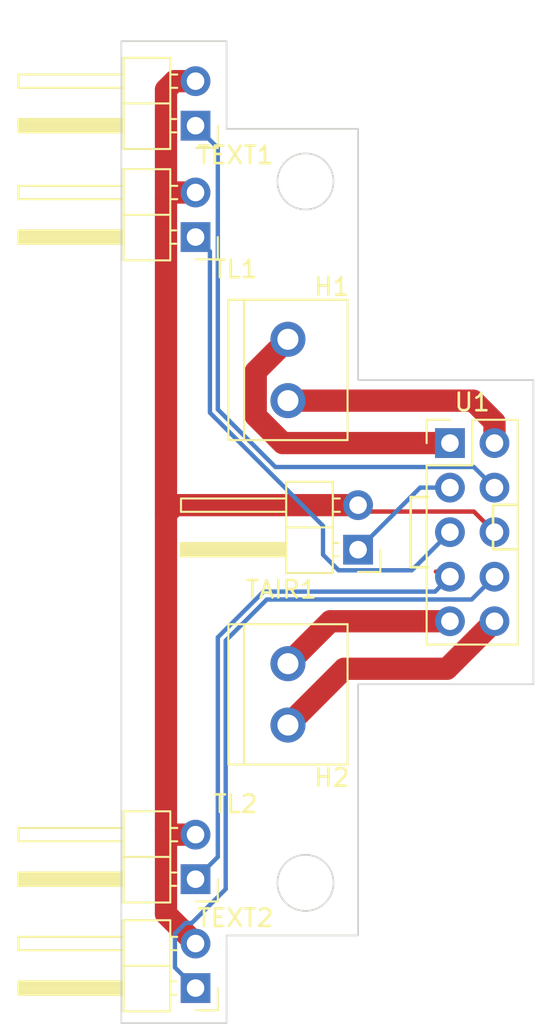
<source format=kicad_pcb>
(kicad_pcb (version 20171130) (host pcbnew "(5.1.6-0-10_14)")

  (general
    (thickness 1.6)
    (drawings 21)
    (tracks 58)
    (zones 0)
    (modules 8)
    (nets 12)
  )

  (page A4)
  (layers
    (0 F.Cu signal)
    (31 B.Cu signal)
    (32 B.Adhes user)
    (33 F.Adhes user)
    (34 B.Paste user)
    (35 F.Paste user)
    (36 B.SilkS user)
    (37 F.SilkS user)
    (38 B.Mask user)
    (39 F.Mask user)
    (40 Dwgs.User user)
    (41 Cmts.User user)
    (42 Eco1.User user)
    (43 Eco2.User user)
    (44 Edge.Cuts user)
    (45 Margin user)
    (46 B.CrtYd user)
    (47 F.CrtYd user)
    (48 B.Fab user)
    (49 F.Fab user)
  )

  (setup
    (last_trace_width 0.25)
    (user_trace_width 0.508)
    (user_trace_width 1.27)
    (trace_clearance 0.2)
    (zone_clearance 0.508)
    (zone_45_only no)
    (trace_min 0.2)
    (via_size 0.8)
    (via_drill 0.4)
    (via_min_size 0.4)
    (via_min_drill 0.3)
    (uvia_size 0.3)
    (uvia_drill 0.1)
    (uvias_allowed no)
    (uvia_min_size 0.2)
    (uvia_min_drill 0.1)
    (edge_width 0.1)
    (segment_width 0.2)
    (pcb_text_width 0.3)
    (pcb_text_size 1.5 1.5)
    (mod_edge_width 0.15)
    (mod_text_size 1 1)
    (mod_text_width 0.15)
    (pad_size 1.7 1.7)
    (pad_drill 1)
    (pad_to_mask_clearance 0)
    (aux_axis_origin 0 0)
    (visible_elements FFFFFF7F)
    (pcbplotparams
      (layerselection 0x010fc_ffffffff)
      (usegerberextensions true)
      (usegerberattributes false)
      (usegerberadvancedattributes true)
      (creategerberjobfile true)
      (excludeedgelayer true)
      (linewidth 0.100000)
      (plotframeref false)
      (viasonmask false)
      (mode 1)
      (useauxorigin false)
      (hpglpennumber 1)
      (hpglpenspeed 20)
      (hpglpendiameter 15.000000)
      (psnegative false)
      (psa4output false)
      (plotreference true)
      (plotvalue true)
      (plotinvisibletext false)
      (padsonsilk false)
      (subtractmaskfromsilk false)
      (outputformat 1)
      (mirror false)
      (drillshape 0)
      (scaleselection 1)
      (outputdirectory ""))
  )

  (net 0 "")
  (net 1 HEATER1B)
  (net 2 HEATER1A)
  (net 3 HEATER2A)
  (net 4 HEATER2B)
  (net 5 GND_THERM)
  (net 6 THERM_EXT1)
  (net 7 THERM_EXT2)
  (net 8 THERM_LID1)
  (net 9 THERM_LID2)
  (net 10 GND)
  (net 11 THERM_AIR)

  (net_class Default "This is the default net class."
    (clearance 0.2)
    (trace_width 0.25)
    (via_dia 0.8)
    (via_drill 0.4)
    (uvia_dia 0.3)
    (uvia_drill 0.1)
    (add_net GND)
    (add_net GND_THERM)
    (add_net HEATER1A)
    (add_net HEATER1B)
    (add_net HEATER2A)
    (add_net HEATER2B)
    (add_net THERM_AIR)
    (add_net THERM_EXT1)
    (add_net THERM_EXT2)
    (add_net THERM_LID1)
    (add_net THERM_LID2)
  )

  (module Pin_Headers:Pin_Header_Angled_1x02_Pitch2.54mm (layer F.Cu) (tedit 59650532) (tstamp 5F2B81B9)
    (at 122.73 69.82 180)
    (descr "Through hole angled pin header, 1x02, 2.54mm pitch, 6mm pin length, single row")
    (tags "Through hole angled pin header THT 1x02 2.54mm single row")
    (path /5F2B7778)
    (fp_text reference TEXT1 (at -2.27 -1.68) (layer F.SilkS)
      (effects (font (size 1 1) (thickness 0.15)))
    )
    (fp_text value Conn_01x02_Male (at 4.385 4.81) (layer F.Fab)
      (effects (font (size 1 1) (thickness 0.15)))
    )
    (fp_line (start 2.135 -1.27) (end 4.04 -1.27) (layer F.Fab) (width 0.1))
    (fp_line (start 4.04 -1.27) (end 4.04 3.81) (layer F.Fab) (width 0.1))
    (fp_line (start 4.04 3.81) (end 1.5 3.81) (layer F.Fab) (width 0.1))
    (fp_line (start 1.5 3.81) (end 1.5 -0.635) (layer F.Fab) (width 0.1))
    (fp_line (start 1.5 -0.635) (end 2.135 -1.27) (layer F.Fab) (width 0.1))
    (fp_line (start -0.32 -0.32) (end 1.5 -0.32) (layer F.Fab) (width 0.1))
    (fp_line (start -0.32 -0.32) (end -0.32 0.32) (layer F.Fab) (width 0.1))
    (fp_line (start -0.32 0.32) (end 1.5 0.32) (layer F.Fab) (width 0.1))
    (fp_line (start 4.04 -0.32) (end 10.04 -0.32) (layer F.Fab) (width 0.1))
    (fp_line (start 10.04 -0.32) (end 10.04 0.32) (layer F.Fab) (width 0.1))
    (fp_line (start 4.04 0.32) (end 10.04 0.32) (layer F.Fab) (width 0.1))
    (fp_line (start -0.32 2.22) (end 1.5 2.22) (layer F.Fab) (width 0.1))
    (fp_line (start -0.32 2.22) (end -0.32 2.86) (layer F.Fab) (width 0.1))
    (fp_line (start -0.32 2.86) (end 1.5 2.86) (layer F.Fab) (width 0.1))
    (fp_line (start 4.04 2.22) (end 10.04 2.22) (layer F.Fab) (width 0.1))
    (fp_line (start 10.04 2.22) (end 10.04 2.86) (layer F.Fab) (width 0.1))
    (fp_line (start 4.04 2.86) (end 10.04 2.86) (layer F.Fab) (width 0.1))
    (fp_line (start 1.44 -1.33) (end 1.44 3.87) (layer F.SilkS) (width 0.12))
    (fp_line (start 1.44 3.87) (end 4.1 3.87) (layer F.SilkS) (width 0.12))
    (fp_line (start 4.1 3.87) (end 4.1 -1.33) (layer F.SilkS) (width 0.12))
    (fp_line (start 4.1 -1.33) (end 1.44 -1.33) (layer F.SilkS) (width 0.12))
    (fp_line (start 4.1 -0.38) (end 10.1 -0.38) (layer F.SilkS) (width 0.12))
    (fp_line (start 10.1 -0.38) (end 10.1 0.38) (layer F.SilkS) (width 0.12))
    (fp_line (start 10.1 0.38) (end 4.1 0.38) (layer F.SilkS) (width 0.12))
    (fp_line (start 4.1 -0.32) (end 10.1 -0.32) (layer F.SilkS) (width 0.12))
    (fp_line (start 4.1 -0.2) (end 10.1 -0.2) (layer F.SilkS) (width 0.12))
    (fp_line (start 4.1 -0.08) (end 10.1 -0.08) (layer F.SilkS) (width 0.12))
    (fp_line (start 4.1 0.04) (end 10.1 0.04) (layer F.SilkS) (width 0.12))
    (fp_line (start 4.1 0.16) (end 10.1 0.16) (layer F.SilkS) (width 0.12))
    (fp_line (start 4.1 0.28) (end 10.1 0.28) (layer F.SilkS) (width 0.12))
    (fp_line (start 1.11 -0.38) (end 1.44 -0.38) (layer F.SilkS) (width 0.12))
    (fp_line (start 1.11 0.38) (end 1.44 0.38) (layer F.SilkS) (width 0.12))
    (fp_line (start 1.44 1.27) (end 4.1 1.27) (layer F.SilkS) (width 0.12))
    (fp_line (start 4.1 2.16) (end 10.1 2.16) (layer F.SilkS) (width 0.12))
    (fp_line (start 10.1 2.16) (end 10.1 2.92) (layer F.SilkS) (width 0.12))
    (fp_line (start 10.1 2.92) (end 4.1 2.92) (layer F.SilkS) (width 0.12))
    (fp_line (start 1.042929 2.16) (end 1.44 2.16) (layer F.SilkS) (width 0.12))
    (fp_line (start 1.042929 2.92) (end 1.44 2.92) (layer F.SilkS) (width 0.12))
    (fp_line (start -1.27 0) (end -1.27 -1.27) (layer F.SilkS) (width 0.12))
    (fp_line (start -1.27 -1.27) (end 0 -1.27) (layer F.SilkS) (width 0.12))
    (fp_line (start -1.8 -1.8) (end -1.8 4.35) (layer F.CrtYd) (width 0.05))
    (fp_line (start -1.8 4.35) (end 10.55 4.35) (layer F.CrtYd) (width 0.05))
    (fp_line (start 10.55 4.35) (end 10.55 -1.8) (layer F.CrtYd) (width 0.05))
    (fp_line (start 10.55 -1.8) (end -1.8 -1.8) (layer F.CrtYd) (width 0.05))
    (fp_text user %R (at 2.77 1.27 90) (layer F.Fab)
      (effects (font (size 1 1) (thickness 0.15)))
    )
    (pad 1 thru_hole rect (at 0 0 180) (size 1.7 1.7) (drill 1) (layers *.Cu *.Mask)
      (net 6 THERM_EXT1))
    (pad 2 thru_hole oval (at 0 2.54 180) (size 1.7 1.7) (drill 1) (layers *.Cu *.Mask)
      (net 10 GND))
    (model ${KISYS3DMOD}/Pin_Headers.3dshapes/Pin_Header_Angled_1x02_Pitch2.54mm.wrl
      (at (xyz 0 0 0))
      (scale (xyz 1 1 1))
      (rotate (xyz 0 0 0))
    )
    (model :kicad-packages3D:Connector_PinHeader_2.54mm.3dshapes/PinHeader_1x02_P2.54mm_Horizontal.step
      (at (xyz 0 0 0))
      (scale (xyz 1 1 1))
      (rotate (xyz 0 0 0))
    )
  )

  (module Pin_Headers:Pin_Header_Angled_1x02_Pitch2.54mm (layer F.Cu) (tedit 59650532) (tstamp 5F2B824F)
    (at 122.73 76.17 180)
    (descr "Through hole angled pin header, 1x02, 2.54mm pitch, 6mm pin length, single row")
    (tags "Through hole angled pin header THT 1x02 2.54mm single row")
    (path /5F2BA46F)
    (fp_text reference TL1 (at -2.27 -1.83) (layer F.SilkS)
      (effects (font (size 1 1) (thickness 0.15)))
    )
    (fp_text value Conn_01x02_Male (at 4.385 4.81) (layer F.Fab)
      (effects (font (size 1 1) (thickness 0.15)))
    )
    (fp_line (start 10.55 -1.8) (end -1.8 -1.8) (layer F.CrtYd) (width 0.05))
    (fp_line (start 10.55 4.35) (end 10.55 -1.8) (layer F.CrtYd) (width 0.05))
    (fp_line (start -1.8 4.35) (end 10.55 4.35) (layer F.CrtYd) (width 0.05))
    (fp_line (start -1.8 -1.8) (end -1.8 4.35) (layer F.CrtYd) (width 0.05))
    (fp_line (start -1.27 -1.27) (end 0 -1.27) (layer F.SilkS) (width 0.12))
    (fp_line (start -1.27 0) (end -1.27 -1.27) (layer F.SilkS) (width 0.12))
    (fp_line (start 1.042929 2.92) (end 1.44 2.92) (layer F.SilkS) (width 0.12))
    (fp_line (start 1.042929 2.16) (end 1.44 2.16) (layer F.SilkS) (width 0.12))
    (fp_line (start 10.1 2.92) (end 4.1 2.92) (layer F.SilkS) (width 0.12))
    (fp_line (start 10.1 2.16) (end 10.1 2.92) (layer F.SilkS) (width 0.12))
    (fp_line (start 4.1 2.16) (end 10.1 2.16) (layer F.SilkS) (width 0.12))
    (fp_line (start 1.44 1.27) (end 4.1 1.27) (layer F.SilkS) (width 0.12))
    (fp_line (start 1.11 0.38) (end 1.44 0.38) (layer F.SilkS) (width 0.12))
    (fp_line (start 1.11 -0.38) (end 1.44 -0.38) (layer F.SilkS) (width 0.12))
    (fp_line (start 4.1 0.28) (end 10.1 0.28) (layer F.SilkS) (width 0.12))
    (fp_line (start 4.1 0.16) (end 10.1 0.16) (layer F.SilkS) (width 0.12))
    (fp_line (start 4.1 0.04) (end 10.1 0.04) (layer F.SilkS) (width 0.12))
    (fp_line (start 4.1 -0.08) (end 10.1 -0.08) (layer F.SilkS) (width 0.12))
    (fp_line (start 4.1 -0.2) (end 10.1 -0.2) (layer F.SilkS) (width 0.12))
    (fp_line (start 4.1 -0.32) (end 10.1 -0.32) (layer F.SilkS) (width 0.12))
    (fp_line (start 10.1 0.38) (end 4.1 0.38) (layer F.SilkS) (width 0.12))
    (fp_line (start 10.1 -0.38) (end 10.1 0.38) (layer F.SilkS) (width 0.12))
    (fp_line (start 4.1 -0.38) (end 10.1 -0.38) (layer F.SilkS) (width 0.12))
    (fp_line (start 4.1 -1.33) (end 1.44 -1.33) (layer F.SilkS) (width 0.12))
    (fp_line (start 4.1 3.87) (end 4.1 -1.33) (layer F.SilkS) (width 0.12))
    (fp_line (start 1.44 3.87) (end 4.1 3.87) (layer F.SilkS) (width 0.12))
    (fp_line (start 1.44 -1.33) (end 1.44 3.87) (layer F.SilkS) (width 0.12))
    (fp_line (start 4.04 2.86) (end 10.04 2.86) (layer F.Fab) (width 0.1))
    (fp_line (start 10.04 2.22) (end 10.04 2.86) (layer F.Fab) (width 0.1))
    (fp_line (start 4.04 2.22) (end 10.04 2.22) (layer F.Fab) (width 0.1))
    (fp_line (start -0.32 2.86) (end 1.5 2.86) (layer F.Fab) (width 0.1))
    (fp_line (start -0.32 2.22) (end -0.32 2.86) (layer F.Fab) (width 0.1))
    (fp_line (start -0.32 2.22) (end 1.5 2.22) (layer F.Fab) (width 0.1))
    (fp_line (start 4.04 0.32) (end 10.04 0.32) (layer F.Fab) (width 0.1))
    (fp_line (start 10.04 -0.32) (end 10.04 0.32) (layer F.Fab) (width 0.1))
    (fp_line (start 4.04 -0.32) (end 10.04 -0.32) (layer F.Fab) (width 0.1))
    (fp_line (start -0.32 0.32) (end 1.5 0.32) (layer F.Fab) (width 0.1))
    (fp_line (start -0.32 -0.32) (end -0.32 0.32) (layer F.Fab) (width 0.1))
    (fp_line (start -0.32 -0.32) (end 1.5 -0.32) (layer F.Fab) (width 0.1))
    (fp_line (start 1.5 -0.635) (end 2.135 -1.27) (layer F.Fab) (width 0.1))
    (fp_line (start 1.5 3.81) (end 1.5 -0.635) (layer F.Fab) (width 0.1))
    (fp_line (start 4.04 3.81) (end 1.5 3.81) (layer F.Fab) (width 0.1))
    (fp_line (start 4.04 -1.27) (end 4.04 3.81) (layer F.Fab) (width 0.1))
    (fp_line (start 2.135 -1.27) (end 4.04 -1.27) (layer F.Fab) (width 0.1))
    (fp_text user %R (at 2.77 1.27 90) (layer F.Fab)
      (effects (font (size 1 1) (thickness 0.15)))
    )
    (pad 2 thru_hole oval (at 0 2.54 180) (size 1.7 1.7) (drill 1) (layers *.Cu *.Mask)
      (net 10 GND))
    (pad 1 thru_hole rect (at 0 0 180) (size 1.7 1.7) (drill 1) (layers *.Cu *.Mask)
      (net 8 THERM_LID1))
    (model ${KISYS3DMOD}/Pin_Headers.3dshapes/Pin_Header_Angled_1x02_Pitch2.54mm.wrl
      (at (xyz 0 0 0))
      (scale (xyz 1 1 1))
      (rotate (xyz 0 0 0))
    )
    (model :kicad-packages3D:Connector_PinHeader_2.54mm.3dshapes/PinHeader_1x02_P2.54mm_Horizontal.step
      (at (xyz 0 0 0))
      (scale (xyz 1 1 1))
      (rotate (xyz 0 0 0))
    )
  )

  (module Pin_Headers:Pin_Header_Angled_1x02_Pitch2.54mm (layer F.Cu) (tedit 59650532) (tstamp 5F2B82E5)
    (at 122.73 112.79 180)
    (descr "Through hole angled pin header, 1x02, 2.54mm pitch, 6mm pin length, single row")
    (tags "Through hole angled pin header THT 1x02 2.54mm single row")
    (path /5F2BA479)
    (fp_text reference TL2 (at -2.27 4.29) (layer F.SilkS)
      (effects (font (size 1 1) (thickness 0.15)))
    )
    (fp_text value Conn_01x02_Male (at 4.385 4.81) (layer F.Fab)
      (effects (font (size 1 1) (thickness 0.15)))
    )
    (fp_line (start 2.135 -1.27) (end 4.04 -1.27) (layer F.Fab) (width 0.1))
    (fp_line (start 4.04 -1.27) (end 4.04 3.81) (layer F.Fab) (width 0.1))
    (fp_line (start 4.04 3.81) (end 1.5 3.81) (layer F.Fab) (width 0.1))
    (fp_line (start 1.5 3.81) (end 1.5 -0.635) (layer F.Fab) (width 0.1))
    (fp_line (start 1.5 -0.635) (end 2.135 -1.27) (layer F.Fab) (width 0.1))
    (fp_line (start -0.32 -0.32) (end 1.5 -0.32) (layer F.Fab) (width 0.1))
    (fp_line (start -0.32 -0.32) (end -0.32 0.32) (layer F.Fab) (width 0.1))
    (fp_line (start -0.32 0.32) (end 1.5 0.32) (layer F.Fab) (width 0.1))
    (fp_line (start 4.04 -0.32) (end 10.04 -0.32) (layer F.Fab) (width 0.1))
    (fp_line (start 10.04 -0.32) (end 10.04 0.32) (layer F.Fab) (width 0.1))
    (fp_line (start 4.04 0.32) (end 10.04 0.32) (layer F.Fab) (width 0.1))
    (fp_line (start -0.32 2.22) (end 1.5 2.22) (layer F.Fab) (width 0.1))
    (fp_line (start -0.32 2.22) (end -0.32 2.86) (layer F.Fab) (width 0.1))
    (fp_line (start -0.32 2.86) (end 1.5 2.86) (layer F.Fab) (width 0.1))
    (fp_line (start 4.04 2.22) (end 10.04 2.22) (layer F.Fab) (width 0.1))
    (fp_line (start 10.04 2.22) (end 10.04 2.86) (layer F.Fab) (width 0.1))
    (fp_line (start 4.04 2.86) (end 10.04 2.86) (layer F.Fab) (width 0.1))
    (fp_line (start 1.44 -1.33) (end 1.44 3.87) (layer F.SilkS) (width 0.12))
    (fp_line (start 1.44 3.87) (end 4.1 3.87) (layer F.SilkS) (width 0.12))
    (fp_line (start 4.1 3.87) (end 4.1 -1.33) (layer F.SilkS) (width 0.12))
    (fp_line (start 4.1 -1.33) (end 1.44 -1.33) (layer F.SilkS) (width 0.12))
    (fp_line (start 4.1 -0.38) (end 10.1 -0.38) (layer F.SilkS) (width 0.12))
    (fp_line (start 10.1 -0.38) (end 10.1 0.38) (layer F.SilkS) (width 0.12))
    (fp_line (start 10.1 0.38) (end 4.1 0.38) (layer F.SilkS) (width 0.12))
    (fp_line (start 4.1 -0.32) (end 10.1 -0.32) (layer F.SilkS) (width 0.12))
    (fp_line (start 4.1 -0.2) (end 10.1 -0.2) (layer F.SilkS) (width 0.12))
    (fp_line (start 4.1 -0.08) (end 10.1 -0.08) (layer F.SilkS) (width 0.12))
    (fp_line (start 4.1 0.04) (end 10.1 0.04) (layer F.SilkS) (width 0.12))
    (fp_line (start 4.1 0.16) (end 10.1 0.16) (layer F.SilkS) (width 0.12))
    (fp_line (start 4.1 0.28) (end 10.1 0.28) (layer F.SilkS) (width 0.12))
    (fp_line (start 1.11 -0.38) (end 1.44 -0.38) (layer F.SilkS) (width 0.12))
    (fp_line (start 1.11 0.38) (end 1.44 0.38) (layer F.SilkS) (width 0.12))
    (fp_line (start 1.44 1.27) (end 4.1 1.27) (layer F.SilkS) (width 0.12))
    (fp_line (start 4.1 2.16) (end 10.1 2.16) (layer F.SilkS) (width 0.12))
    (fp_line (start 10.1 2.16) (end 10.1 2.92) (layer F.SilkS) (width 0.12))
    (fp_line (start 10.1 2.92) (end 4.1 2.92) (layer F.SilkS) (width 0.12))
    (fp_line (start 1.042929 2.16) (end 1.44 2.16) (layer F.SilkS) (width 0.12))
    (fp_line (start 1.042929 2.92) (end 1.44 2.92) (layer F.SilkS) (width 0.12))
    (fp_line (start -1.27 0) (end -1.27 -1.27) (layer F.SilkS) (width 0.12))
    (fp_line (start -1.27 -1.27) (end 0 -1.27) (layer F.SilkS) (width 0.12))
    (fp_line (start -1.8 -1.8) (end -1.8 4.35) (layer F.CrtYd) (width 0.05))
    (fp_line (start -1.8 4.35) (end 10.55 4.35) (layer F.CrtYd) (width 0.05))
    (fp_line (start 10.55 4.35) (end 10.55 -1.8) (layer F.CrtYd) (width 0.05))
    (fp_line (start 10.55 -1.8) (end -1.8 -1.8) (layer F.CrtYd) (width 0.05))
    (fp_text user %R (at 2.77 1.27 90) (layer F.Fab)
      (effects (font (size 1 1) (thickness 0.15)))
    )
    (pad 1 thru_hole rect (at 0 0 180) (size 1.7 1.7) (drill 1) (layers *.Cu *.Mask)
      (net 9 THERM_LID2))
    (pad 2 thru_hole oval (at 0 2.54 180) (size 1.7 1.7) (drill 1) (layers *.Cu *.Mask)
      (net 10 GND))
    (model ${KISYS3DMOD}/Pin_Headers.3dshapes/Pin_Header_Angled_1x02_Pitch2.54mm.wrl
      (at (xyz 0 0 0))
      (scale (xyz 1 1 1))
      (rotate (xyz 0 0 0))
    )
    (model :kicad-packages3D:Connector_PinHeader_2.54mm.3dshapes/PinHeader_1x02_P2.54mm_Horizontal.step
      (at (xyz 0 0 0))
      (scale (xyz 1 1 1))
      (rotate (xyz 0 0 0))
    )
  )

  (module Pin_Headers:Pin_Header_Angled_1x02_Pitch2.54mm (layer F.Cu) (tedit 59650532) (tstamp 5F2CB3DF)
    (at 122.73 119 180)
    (descr "Through hole angled pin header, 1x02, 2.54mm pitch, 6mm pin length, single row")
    (tags "Through hole angled pin header THT 1x02 2.54mm single row")
    (path /5F2BC0F4)
    (fp_text reference TEXT2 (at -2.27 4) (layer F.SilkS)
      (effects (font (size 1 1) (thickness 0.15)))
    )
    (fp_text value Conn_01x02_Male (at 4.385 4.81) (layer F.Fab)
      (effects (font (size 1 1) (thickness 0.15)))
    )
    (fp_line (start 10.55 -1.8) (end -1.8 -1.8) (layer F.CrtYd) (width 0.05))
    (fp_line (start 10.55 4.35) (end 10.55 -1.8) (layer F.CrtYd) (width 0.05))
    (fp_line (start -1.8 4.35) (end 10.55 4.35) (layer F.CrtYd) (width 0.05))
    (fp_line (start -1.8 -1.8) (end -1.8 4.35) (layer F.CrtYd) (width 0.05))
    (fp_line (start -1.27 -1.27) (end 0 -1.27) (layer F.SilkS) (width 0.12))
    (fp_line (start -1.27 0) (end -1.27 -1.27) (layer F.SilkS) (width 0.12))
    (fp_line (start 1.042929 2.92) (end 1.44 2.92) (layer F.SilkS) (width 0.12))
    (fp_line (start 1.042929 2.16) (end 1.44 2.16) (layer F.SilkS) (width 0.12))
    (fp_line (start 10.1 2.92) (end 4.1 2.92) (layer F.SilkS) (width 0.12))
    (fp_line (start 10.1 2.16) (end 10.1 2.92) (layer F.SilkS) (width 0.12))
    (fp_line (start 4.1 2.16) (end 10.1 2.16) (layer F.SilkS) (width 0.12))
    (fp_line (start 1.44 1.27) (end 4.1 1.27) (layer F.SilkS) (width 0.12))
    (fp_line (start 1.11 0.38) (end 1.44 0.38) (layer F.SilkS) (width 0.12))
    (fp_line (start 1.11 -0.38) (end 1.44 -0.38) (layer F.SilkS) (width 0.12))
    (fp_line (start 4.1 0.28) (end 10.1 0.28) (layer F.SilkS) (width 0.12))
    (fp_line (start 4.1 0.16) (end 10.1 0.16) (layer F.SilkS) (width 0.12))
    (fp_line (start 4.1 0.04) (end 10.1 0.04) (layer F.SilkS) (width 0.12))
    (fp_line (start 4.1 -0.08) (end 10.1 -0.08) (layer F.SilkS) (width 0.12))
    (fp_line (start 4.1 -0.2) (end 10.1 -0.2) (layer F.SilkS) (width 0.12))
    (fp_line (start 4.1 -0.32) (end 10.1 -0.32) (layer F.SilkS) (width 0.12))
    (fp_line (start 10.1 0.38) (end 4.1 0.38) (layer F.SilkS) (width 0.12))
    (fp_line (start 10.1 -0.38) (end 10.1 0.38) (layer F.SilkS) (width 0.12))
    (fp_line (start 4.1 -0.38) (end 10.1 -0.38) (layer F.SilkS) (width 0.12))
    (fp_line (start 4.1 -1.33) (end 1.44 -1.33) (layer F.SilkS) (width 0.12))
    (fp_line (start 4.1 3.87) (end 4.1 -1.33) (layer F.SilkS) (width 0.12))
    (fp_line (start 1.44 3.87) (end 4.1 3.87) (layer F.SilkS) (width 0.12))
    (fp_line (start 1.44 -1.33) (end 1.44 3.87) (layer F.SilkS) (width 0.12))
    (fp_line (start 4.04 2.86) (end 10.04 2.86) (layer F.Fab) (width 0.1))
    (fp_line (start 10.04 2.22) (end 10.04 2.86) (layer F.Fab) (width 0.1))
    (fp_line (start 4.04 2.22) (end 10.04 2.22) (layer F.Fab) (width 0.1))
    (fp_line (start -0.32 2.86) (end 1.5 2.86) (layer F.Fab) (width 0.1))
    (fp_line (start -0.32 2.22) (end -0.32 2.86) (layer F.Fab) (width 0.1))
    (fp_line (start -0.32 2.22) (end 1.5 2.22) (layer F.Fab) (width 0.1))
    (fp_line (start 4.04 0.32) (end 10.04 0.32) (layer F.Fab) (width 0.1))
    (fp_line (start 10.04 -0.32) (end 10.04 0.32) (layer F.Fab) (width 0.1))
    (fp_line (start 4.04 -0.32) (end 10.04 -0.32) (layer F.Fab) (width 0.1))
    (fp_line (start -0.32 0.32) (end 1.5 0.32) (layer F.Fab) (width 0.1))
    (fp_line (start -0.32 -0.32) (end -0.32 0.32) (layer F.Fab) (width 0.1))
    (fp_line (start -0.32 -0.32) (end 1.5 -0.32) (layer F.Fab) (width 0.1))
    (fp_line (start 1.5 -0.635) (end 2.135 -1.27) (layer F.Fab) (width 0.1))
    (fp_line (start 1.5 3.81) (end 1.5 -0.635) (layer F.Fab) (width 0.1))
    (fp_line (start 4.04 3.81) (end 1.5 3.81) (layer F.Fab) (width 0.1))
    (fp_line (start 4.04 -1.27) (end 4.04 3.81) (layer F.Fab) (width 0.1))
    (fp_line (start 2.135 -1.27) (end 4.04 -1.27) (layer F.Fab) (width 0.1))
    (fp_text user %R (at 2.77 1.27 90) (layer F.Fab)
      (effects (font (size 1 1) (thickness 0.15)))
    )
    (pad 2 thru_hole oval (at 0 2.54 180) (size 1.7 1.7) (drill 1) (layers *.Cu *.Mask)
      (net 5 GND_THERM))
    (pad 1 thru_hole rect (at 0 0 180) (size 1.7 1.7) (drill 1) (layers *.Cu *.Mask)
      (net 7 THERM_EXT2))
    (model ${KISYS3DMOD}/Pin_Headers.3dshapes/Pin_Header_Angled_1x02_Pitch2.54mm.wrl
      (at (xyz 0 0 0))
      (scale (xyz 1 1 1))
      (rotate (xyz 0 0 0))
    )
    (model :kicad-packages3D:Connector_PinHeader_2.54mm.3dshapes/PinHeader_1x02_P2.54mm_Horizontal.step
      (at (xyz 0 0 0))
      (scale (xyz 1 1 1))
      (rotate (xyz 0 0 0))
    )
  )

  (module Pin_Headers:Pin_Header_Straight_2x05_Pitch2.54mm (layer F.Cu) (tedit 5F2B71C0) (tstamp 5F2B5BE4)
    (at 137.24 87.92)
    (descr "Through hole straight pin header, 2x05, 2.54mm pitch, double rows")
    (tags "Through hole pin header THT 2x05 2.54mm double row")
    (path /5F2BEF9C)
    (fp_text reference U1 (at 1.27 -2.33) (layer F.SilkS)
      (effects (font (size 1 1) (thickness 0.15)))
    )
    (fp_text value Conn_02x05 (at 1.27 12.49) (layer F.Fab)
      (effects (font (size 1 1) (thickness 0.15)))
    )
    (fp_line (start 4.35 -1.8) (end -1.8 -1.8) (layer F.CrtYd) (width 0.05))
    (fp_line (start 4.35 11.95) (end 4.35 -1.8) (layer F.CrtYd) (width 0.05))
    (fp_line (start -1.8 11.95) (end 4.35 11.95) (layer F.CrtYd) (width 0.05))
    (fp_line (start -1.8 -1.8) (end -1.8 11.95) (layer F.CrtYd) (width 0.05))
    (fp_line (start -1.33 -1.33) (end 0 -1.33) (layer F.SilkS) (width 0.12))
    (fp_line (start -1.33 0) (end -1.33 -1.33) (layer F.SilkS) (width 0.12))
    (fp_line (start 1.27 -1.33) (end 3.87 -1.33) (layer F.SilkS) (width 0.12))
    (fp_line (start 1.27 1.27) (end 1.27 -1.33) (layer F.SilkS) (width 0.12))
    (fp_line (start -1.33 1.27) (end 1.27 1.27) (layer F.SilkS) (width 0.12))
    (fp_line (start 3.87 -1.33) (end 3.87 11.49) (layer F.SilkS) (width 0.12))
    (fp_line (start -1.33 1.27) (end -1.33 11.49) (layer F.SilkS) (width 0.12))
    (fp_line (start -1.33 11.49) (end 3.87 11.49) (layer F.SilkS) (width 0.12))
    (fp_line (start -1.27 0) (end 0 -1.27) (layer F.Fab) (width 0.1))
    (fp_line (start -1.27 11.43) (end -1.27 0) (layer F.Fab) (width 0.1))
    (fp_line (start 3.81 11.43) (end -1.27 11.43) (layer F.Fab) (width 0.1))
    (fp_line (start 3.81 -1.27) (end 3.81 11.43) (layer F.Fab) (width 0.1))
    (fp_line (start 0 -1.27) (end 3.81 -1.27) (layer F.Fab) (width 0.1))
    (fp_text user %R (at 1.27 5.08 90) (layer F.Fab)
      (effects (font (size 1 1) (thickness 0.15)))
    )
    (pad 10 thru_hole oval (at 2.54 10.16) (size 1.7 1.7) (drill 1) (layers *.Cu *.Mask)
      (net 4 HEATER2B))
    (pad 9 thru_hole oval (at 0 10.16) (size 1.7 1.7) (drill 1) (layers *.Cu *.Mask)
      (net 3 HEATER2A))
    (pad 8 thru_hole oval (at 2.54 7.62) (size 1.7 1.7) (drill 1) (layers *.Cu *.Mask)
      (net 7 THERM_EXT2))
    (pad 7 thru_hole oval (at 0 7.62) (size 1.7 1.7) (drill 1) (layers *.Cu *.Mask)
      (net 9 THERM_LID2))
    (pad 6 thru_hole oval (at 2.54 5.08) (size 1.7 1.7) (drill 1) (layers *.Cu *.Mask)
      (net 10 GND))
    (pad 5 thru_hole oval (at 0 5.08) (size 1.7 1.7) (drill 1) (layers *.Cu *.Mask)
      (net 8 THERM_LID1))
    (pad 4 thru_hole oval (at 2.54 2.54) (size 1.7 1.7) (drill 1) (layers *.Cu *.Mask)
      (net 6 THERM_EXT1))
    (pad 3 thru_hole oval (at 0 2.54) (size 1.7 1.7) (drill 1) (layers *.Cu *.Mask)
      (net 11 THERM_AIR))
    (pad 2 thru_hole oval (at 2.54 0) (size 1.7 1.7) (drill 1) (layers *.Cu *.Mask)
      (net 1 HEATER1B))
    (pad 1 thru_hole rect (at 0 0) (size 1.7 1.7) (drill 1) (layers *.Cu *.Mask)
      (net 2 HEATER1A))
    (model ${KISYS3DMOD}/Pin_Headers.3dshapes/Pin_Header_Straight_2x05_Pitch2.54mm.wrl
      (at (xyz 0 0 0))
      (scale (xyz 1 1 1))
      (rotate (xyz 0 0 0))
    )
    (model :kicad-packages3D:Connector_PinHeader_2.54mm.3dshapes/PinHeader_2x05_P2.54mm_Horizontal.step
      (at (xyz 0 0 0))
      (scale (xyz 1 1 1))
      (rotate (xyz 0 0 0))
    )
  )

  (module Ninja-qPCR:TB_SeeedOPL_320110028 (layer F.Cu) (tedit 5F05691F) (tstamp 5F2CECAC)
    (at 128 82 270)
    (path /5F2B5266)
    (fp_text reference H1 (at -3 -2.5 180) (layer F.SilkS)
      (effects (font (size 1 1) (thickness 0.15)))
    )
    (fp_text value Screw_Terminal_01x02 (at 2 6 90) (layer F.Fab)
      (effects (font (size 1 1) (thickness 0.15)))
    )
    (fp_line (start -2.25 -3.4) (end 5.75 -3.4) (layer F.SilkS) (width 0.12))
    (fp_line (start 5.75 -3.4) (end 5.75 3.4) (layer F.SilkS) (width 0.12))
    (fp_line (start 5.75 3.4) (end -2.25 3.4) (layer F.SilkS) (width 0.12))
    (fp_line (start -2.25 3.4) (end -2.25 -3.4) (layer F.SilkS) (width 0.12))
    (fp_line (start 5.75 2.5) (end -2.25 2.5) (layer F.SilkS) (width 0.12))
    (pad 1 thru_hole circle (at 0 0 270) (size 2 2) (drill 1.2) (layers *.Cu *.Mask)
      (net 2 HEATER1A))
    (pad 2 thru_hole circle (at 3.5 0 270) (size 2 2) (drill 1.2) (layers *.Cu *.Mask)
      (net 1 HEATER1B))
    (model ":desktop:TerminalBlock_SeeedOPL320110028 v2.step"
      (at (xyz 0 0 0))
      (scale (xyz 1 1 1))
      (rotate (xyz 0 0 0))
    )
  )

  (module Ninja-qPCR:TB_SeeedOPL_320110028 (layer F.Cu) (tedit 5F05691F) (tstamp 5F2B8F5B)
    (at 128 100.5 270)
    (path /5F2B5A56)
    (fp_text reference H2 (at 6.5 -2.5 180) (layer F.SilkS)
      (effects (font (size 1 1) (thickness 0.15)))
    )
    (fp_text value Screw_Terminal_01x02 (at 2 6 90) (layer F.Fab)
      (effects (font (size 1 1) (thickness 0.15)))
    )
    (fp_line (start 5.75 2.5) (end -2.25 2.5) (layer F.SilkS) (width 0.12))
    (fp_line (start -2.25 3.4) (end -2.25 -3.4) (layer F.SilkS) (width 0.12))
    (fp_line (start 5.75 3.4) (end -2.25 3.4) (layer F.SilkS) (width 0.12))
    (fp_line (start 5.75 -3.4) (end 5.75 3.4) (layer F.SilkS) (width 0.12))
    (fp_line (start -2.25 -3.4) (end 5.75 -3.4) (layer F.SilkS) (width 0.12))
    (pad 2 thru_hole circle (at 3.5 0 270) (size 2 2) (drill 1.2) (layers *.Cu *.Mask)
      (net 4 HEATER2B))
    (pad 1 thru_hole circle (at 0 0 270) (size 2 2) (drill 1.2) (layers *.Cu *.Mask)
      (net 3 HEATER2A))
    (model ":desktop:TerminalBlock_SeeedOPL320110028 v2.step"
      (at (xyz 0 0 0))
      (scale (xyz 1 1 1))
      (rotate (xyz 0 0 0))
    )
  )

  (module Pin_Headers:Pin_Header_Angled_1x02_Pitch2.54mm (layer F.Cu) (tedit 59650532) (tstamp 5F2B8F65)
    (at 132 94 180)
    (descr "Through hole angled pin header, 1x02, 2.54mm pitch, 6mm pin length, single row")
    (tags "Through hole angled pin header THT 1x02 2.54mm single row")
    (path /5F2B6313)
    (fp_text reference TAIR1 (at 4.385 -2.27) (layer F.SilkS)
      (effects (font (size 1 1) (thickness 0.15)))
    )
    (fp_text value Conn_01x02_Male (at 4.385 4.81) (layer F.Fab)
      (effects (font (size 1 1) (thickness 0.15)))
    )
    (fp_line (start 10.55 -1.8) (end -1.8 -1.8) (layer F.CrtYd) (width 0.05))
    (fp_line (start 10.55 4.35) (end 10.55 -1.8) (layer F.CrtYd) (width 0.05))
    (fp_line (start -1.8 4.35) (end 10.55 4.35) (layer F.CrtYd) (width 0.05))
    (fp_line (start -1.8 -1.8) (end -1.8 4.35) (layer F.CrtYd) (width 0.05))
    (fp_line (start -1.27 -1.27) (end 0 -1.27) (layer F.SilkS) (width 0.12))
    (fp_line (start -1.27 0) (end -1.27 -1.27) (layer F.SilkS) (width 0.12))
    (fp_line (start 1.042929 2.92) (end 1.44 2.92) (layer F.SilkS) (width 0.12))
    (fp_line (start 1.042929 2.16) (end 1.44 2.16) (layer F.SilkS) (width 0.12))
    (fp_line (start 10.1 2.92) (end 4.1 2.92) (layer F.SilkS) (width 0.12))
    (fp_line (start 10.1 2.16) (end 10.1 2.92) (layer F.SilkS) (width 0.12))
    (fp_line (start 4.1 2.16) (end 10.1 2.16) (layer F.SilkS) (width 0.12))
    (fp_line (start 1.44 1.27) (end 4.1 1.27) (layer F.SilkS) (width 0.12))
    (fp_line (start 1.11 0.38) (end 1.44 0.38) (layer F.SilkS) (width 0.12))
    (fp_line (start 1.11 -0.38) (end 1.44 -0.38) (layer F.SilkS) (width 0.12))
    (fp_line (start 4.1 0.28) (end 10.1 0.28) (layer F.SilkS) (width 0.12))
    (fp_line (start 4.1 0.16) (end 10.1 0.16) (layer F.SilkS) (width 0.12))
    (fp_line (start 4.1 0.04) (end 10.1 0.04) (layer F.SilkS) (width 0.12))
    (fp_line (start 4.1 -0.08) (end 10.1 -0.08) (layer F.SilkS) (width 0.12))
    (fp_line (start 4.1 -0.2) (end 10.1 -0.2) (layer F.SilkS) (width 0.12))
    (fp_line (start 4.1 -0.32) (end 10.1 -0.32) (layer F.SilkS) (width 0.12))
    (fp_line (start 10.1 0.38) (end 4.1 0.38) (layer F.SilkS) (width 0.12))
    (fp_line (start 10.1 -0.38) (end 10.1 0.38) (layer F.SilkS) (width 0.12))
    (fp_line (start 4.1 -0.38) (end 10.1 -0.38) (layer F.SilkS) (width 0.12))
    (fp_line (start 4.1 -1.33) (end 1.44 -1.33) (layer F.SilkS) (width 0.12))
    (fp_line (start 4.1 3.87) (end 4.1 -1.33) (layer F.SilkS) (width 0.12))
    (fp_line (start 1.44 3.87) (end 4.1 3.87) (layer F.SilkS) (width 0.12))
    (fp_line (start 1.44 -1.33) (end 1.44 3.87) (layer F.SilkS) (width 0.12))
    (fp_line (start 4.04 2.86) (end 10.04 2.86) (layer F.Fab) (width 0.1))
    (fp_line (start 10.04 2.22) (end 10.04 2.86) (layer F.Fab) (width 0.1))
    (fp_line (start 4.04 2.22) (end 10.04 2.22) (layer F.Fab) (width 0.1))
    (fp_line (start -0.32 2.86) (end 1.5 2.86) (layer F.Fab) (width 0.1))
    (fp_line (start -0.32 2.22) (end -0.32 2.86) (layer F.Fab) (width 0.1))
    (fp_line (start -0.32 2.22) (end 1.5 2.22) (layer F.Fab) (width 0.1))
    (fp_line (start 4.04 0.32) (end 10.04 0.32) (layer F.Fab) (width 0.1))
    (fp_line (start 10.04 -0.32) (end 10.04 0.32) (layer F.Fab) (width 0.1))
    (fp_line (start 4.04 -0.32) (end 10.04 -0.32) (layer F.Fab) (width 0.1))
    (fp_line (start -0.32 0.32) (end 1.5 0.32) (layer F.Fab) (width 0.1))
    (fp_line (start -0.32 -0.32) (end -0.32 0.32) (layer F.Fab) (width 0.1))
    (fp_line (start -0.32 -0.32) (end 1.5 -0.32) (layer F.Fab) (width 0.1))
    (fp_line (start 1.5 -0.635) (end 2.135 -1.27) (layer F.Fab) (width 0.1))
    (fp_line (start 1.5 3.81) (end 1.5 -0.635) (layer F.Fab) (width 0.1))
    (fp_line (start 4.04 3.81) (end 1.5 3.81) (layer F.Fab) (width 0.1))
    (fp_line (start 4.04 -1.27) (end 4.04 3.81) (layer F.Fab) (width 0.1))
    (fp_line (start 2.135 -1.27) (end 4.04 -1.27) (layer F.Fab) (width 0.1))
    (fp_text user %R (at 2.77 1.27 90) (layer F.Fab)
      (effects (font (size 1 1) (thickness 0.15)))
    )
    (pad 2 thru_hole oval (at 0 2.54 180) (size 1.7 1.7) (drill 1) (layers *.Cu *.Mask)
      (net 10 GND))
    (pad 1 thru_hole rect (at 0 0 180) (size 1.7 1.7) (drill 1) (layers *.Cu *.Mask)
      (net 11 THERM_AIR))
    (model ${KISYS3DMOD}/Pin_Headers.3dshapes/Pin_Header_Angled_1x02_Pitch2.54mm.wrl
      (at (xyz 0 0 0))
      (scale (xyz 1 1 1))
      (rotate (xyz 0 0 0))
    )
    (model :kicad-packages3D:Connector_PinHeader_2.54mm.3dshapes/PinHeader_1x02_P2.54mm_Horizontal.step
      (at (xyz 0 0 0))
      (scale (xyz 1 1 1))
      (rotate (xyz 0 0 0))
    )
  )

  (gr_text 23.5x56mm (at 122.5 63.5) (layer Dwgs.User)
    (effects (font (size 1 1) (thickness 0.15)))
  )
  (gr_line (start 135 95) (end 136 95) (layer F.SilkS) (width 0.15))
  (gr_line (start 135 91) (end 135 95) (layer F.SilkS) (width 0.15))
  (gr_line (start 136 91) (end 135 91) (layer F.SilkS) (width 0.15))
  (gr_line (start 124.5 116) (end 124.5 121) (layer Edge.Cuts) (width 0.1))
  (gr_line (start 132 116) (end 124.5 116) (layer Edge.Cuts) (width 0.1))
  (gr_line (start 124.5 70) (end 124.5 65) (layer Edge.Cuts) (width 0.1) (tstamp 5F2CB6C3))
  (gr_line (start 132 70) (end 124.5 70) (layer Edge.Cuts) (width 0.1))
  (gr_line (start 124.5 121) (end 118.5 121) (layer Edge.Cuts) (width 0.1) (tstamp 5F2CB1AE))
  (gr_line (start 124.5 65) (end 118.5 65) (layer Edge.Cuts) (width 0.1) (tstamp 5F2CB1A9))
  (gr_line (start 118.5 65) (end 118.5 121) (layer Edge.Cuts) (width 0.1))
  (gr_line (start 132 101.675) (end 142 101.675) (layer Edge.Cuts) (width 0.1))
  (gr_line (start 132 116) (end 132 101.675) (layer Edge.Cuts) (width 0.1))
  (gr_line (start 132 84.325) (end 142 84.325) (layer Edge.Cuts) (width 0.1))
  (gr_line (start 132 70) (end 132 84.325) (layer Edge.Cuts) (width 0.1))
  (gr_circle (center 129 113) (end 130.6 113) (layer Edge.Cuts) (width 0.1) (tstamp 5F2B817C))
  (gr_circle (center 129 73) (end 130.6 73) (layer Edge.Cuts) (width 0.1) (tstamp 5F2CB446))
  (gr_line (start 142 84.325) (end 142 101.675) (layer Edge.Cuts) (width 0.1))
  (gr_line (start 139.7 93.98) (end 140.97 93.98) (layer F.SilkS) (width 0.15))
  (gr_line (start 139.7 91.44) (end 139.7 93.98) (layer F.SilkS) (width 0.15))
  (gr_line (start 140.97 91.44) (end 139.7 91.44) (layer F.SilkS) (width 0.15))

  (segment (start 139.78 86.717919) (end 139.78 87.92) (width 1.27) (layer F.Cu) (net 1))
  (segment (start 138.562081 85.5) (end 139.78 86.717919) (width 1.27) (layer F.Cu) (net 1))
  (segment (start 128 85.5) (end 138.562081 85.5) (width 1.27) (layer F.Cu) (net 1))
  (segment (start 127.704198 87.92) (end 137.24 87.92) (width 1.27) (layer F.Cu) (net 2))
  (segment (start 126.164999 86.380801) (end 127.704198 87.92) (width 1.27) (layer F.Cu) (net 2))
  (segment (start 126.164999 83.835001) (end 126.164999 86.380801) (width 1.27) (layer F.Cu) (net 2))
  (segment (start 128 82) (end 126.164999 83.835001) (width 1.27) (layer F.Cu) (net 2))
  (segment (start 130.42 98.08) (end 137.24 98.08) (width 1.27) (layer F.Cu) (net 3))
  (segment (start 128 100.5) (end 130.42 98.08) (width 1.27) (layer F.Cu) (net 3))
  (segment (start 131.21001 100.78999) (end 137.07001 100.78999) (width 1.27) (layer F.Cu) (net 4))
  (segment (start 137.07001 100.78999) (end 139.78 98.08) (width 1.27) (layer F.Cu) (net 4))
  (segment (start 128 104) (end 131.21001 100.78999) (width 1.27) (layer F.Cu) (net 4))
  (segment (start 135.54 90.46) (end 132 94) (width 0.25) (layer B.Cu) (net 11))
  (segment (start 137.24 90.46) (end 135.54 90.46) (width 0.25) (layer B.Cu) (net 11))
  (segment (start 121.044999 114.774999) (end 122.73 116.46) (width 1.27) (layer F.Cu) (net 5))
  (segment (start 121.25 110.25) (end 121.044999 110.044999) (width 1.27) (layer F.Cu) (net 5))
  (segment (start 122.73 110.25) (end 121.25 110.25) (width 1.27) (layer F.Cu) (net 5))
  (segment (start 121.044999 110.044999) (end 121.044999 114.774999) (width 1.27) (layer F.Cu) (net 5))
  (segment (start 121.527919 67.28) (end 121.044999 67.76292) (width 1.27) (layer F.Cu) (net 5))
  (segment (start 122.73 67.28) (end 121.527919 67.28) (width 1.27) (layer F.Cu) (net 5))
  (segment (start 121.37 73.63) (end 121.044999 73.955001) (width 1.27) (layer F.Cu) (net 5))
  (segment (start 122.73 73.63) (end 121.37 73.63) (width 1.27) (layer F.Cu) (net 5))
  (segment (start 121.044999 67.76292) (end 121.044999 73.955001) (width 1.27) (layer F.Cu) (net 5))
  (segment (start 121.54 91.46) (end 121.044999 91.955001) (width 1.27) (layer F.Cu) (net 5))
  (segment (start 132 91.46) (end 121.54 91.46) (width 1.27) (layer F.Cu) (net 5))
  (segment (start 121.044999 91.955001) (end 121.044999 110.044999) (width 1.27) (layer F.Cu) (net 5))
  (segment (start 121.044999 73.955001) (end 121.044999 91.955001) (width 1.27) (layer F.Cu) (net 5))
  (segment (start 132.364999 91.824999) (end 132 91.46) (width 0.25) (layer F.Cu) (net 5))
  (segment (start 138.604999 91.824999) (end 132.364999 91.824999) (width 0.25) (layer F.Cu) (net 5))
  (segment (start 139.78 93) (end 138.604999 91.824999) (width 0.25) (layer F.Cu) (net 5))
  (segment (start 138.604999 89.284999) (end 127.284999 89.284999) (width 0.25) (layer B.Cu) (net 6))
  (segment (start 139.78 90.46) (end 138.604999 89.284999) (width 0.25) (layer B.Cu) (net 6))
  (segment (start 127.284999 89.284999) (end 124 86) (width 0.25) (layer B.Cu) (net 6))
  (segment (start 124 71.09) (end 122.73 69.82) (width 0.25) (layer B.Cu) (net 6))
  (segment (start 124 86) (end 124 71.09) (width 0.25) (layer B.Cu) (net 6))
  (segment (start 138.479991 96.840009) (end 126.796401 96.840009) (width 0.25) (layer B.Cu) (net 7))
  (segment (start 139.78 95.54) (end 138.479991 96.840009) (width 0.25) (layer B.Cu) (net 7))
  (segment (start 126.796401 96.840009) (end 124.45001 99.1864) (width 0.25) (layer B.Cu) (net 7))
  (segment (start 121.554999 117.824999) (end 122.73 119) (width 0.25) (layer B.Cu) (net 7))
  (segment (start 121.554999 115.895999) (end 121.554999 117.824999) (width 0.25) (layer B.Cu) (net 7))
  (segment (start 122.165999 115.284999) (end 121.554999 115.895999) (width 0.25) (layer B.Cu) (net 7))
  (segment (start 122.520003 115.284999) (end 122.165999 115.284999) (width 0.25) (layer B.Cu) (net 7))
  (segment (start 124.450009 113.354993) (end 122.520003 115.284999) (width 0.25) (layer B.Cu) (net 7))
  (segment (start 124.45001 99.1864) (end 124.450009 113.354993) (width 0.25) (layer B.Cu) (net 7))
  (segment (start 123.54999 86.1864) (end 123.54999 76.98999) (width 0.25) (layer B.Cu) (net 8))
  (segment (start 130 92.63641) (end 123.54999 86.1864) (width 0.25) (layer B.Cu) (net 8))
  (segment (start 130 94.285002) (end 130 92.63641) (width 0.25) (layer B.Cu) (net 8))
  (segment (start 130.889999 95.175001) (end 130 94.285002) (width 0.25) (layer B.Cu) (net 8))
  (segment (start 123.54999 76.98999) (end 122.73 76.17) (width 0.25) (layer B.Cu) (net 8))
  (segment (start 135.064999 95.175001) (end 130.889999 95.175001) (width 0.25) (layer B.Cu) (net 8))
  (segment (start 137.24 93) (end 135.064999 95.175001) (width 0.25) (layer B.Cu) (net 8))
  (segment (start 136.439002 95.25) (end 137.24 95.25) (width 0.25) (layer F.Cu) (net 9) (status 20))
  (segment (start 137.24 95.54) (end 136.78 96) (width 0.25) (layer B.Cu) (net 9))
  (segment (start 136.390001 96.389999) (end 126.610001 96.389999) (width 0.25) (layer B.Cu) (net 9))
  (segment (start 137.24 95.54) (end 136.390001 96.389999) (width 0.25) (layer B.Cu) (net 9))
  (segment (start 126.610001 96.389999) (end 124 99) (width 0.25) (layer B.Cu) (net 9))
  (segment (start 124 111.52) (end 122.73 112.79) (width 0.25) (layer B.Cu) (net 9))
  (segment (start 124 99) (end 124 111.52) (width 0.25) (layer B.Cu) (net 9))

)

</source>
